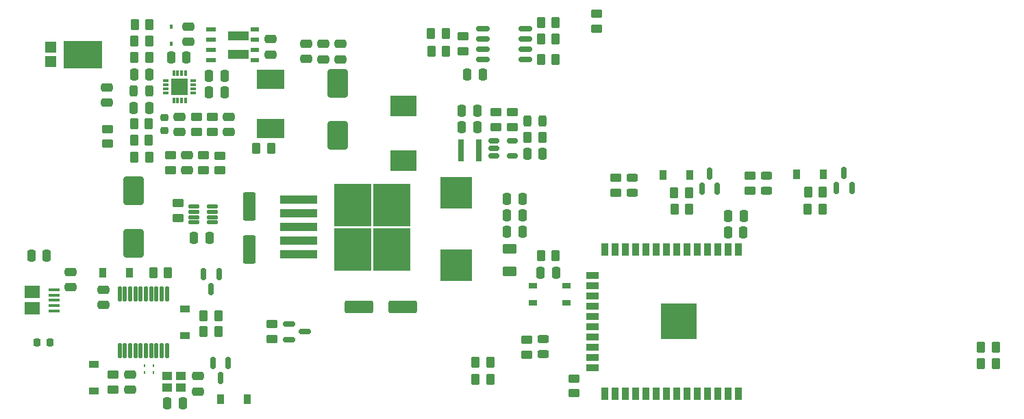
<source format=gbr>
G04 #@! TF.GenerationSoftware,KiCad,Pcbnew,(6.0.7-1)-1*
G04 #@! TF.CreationDate,2022-11-14T13:05:58+03:00*
G04 #@! TF.ProjectId,mkulima_hardware,6d6b756c-696d-4615-9f68-617264776172,rev?*
G04 #@! TF.SameCoordinates,Original*
G04 #@! TF.FileFunction,Paste,Top*
G04 #@! TF.FilePolarity,Positive*
%FSLAX46Y46*%
G04 Gerber Fmt 4.6, Leading zero omitted, Abs format (unit mm)*
G04 Created by KiCad (PCBNEW (6.0.7-1)-1) date 2022-11-14 13:05:58*
%MOMM*%
%LPD*%
G01*
G04 APERTURE LIST*
G04 Aperture macros list*
%AMRoundRect*
0 Rectangle with rounded corners*
0 $1 Rounding radius*
0 $2 $3 $4 $5 $6 $7 $8 $9 X,Y pos of 4 corners*
0 Add a 4 corners polygon primitive as box body*
4,1,4,$2,$3,$4,$5,$6,$7,$8,$9,$2,$3,0*
0 Add four circle primitives for the rounded corners*
1,1,$1+$1,$2,$3*
1,1,$1+$1,$4,$5*
1,1,$1+$1,$6,$7*
1,1,$1+$1,$8,$9*
0 Add four rect primitives between the rounded corners*
20,1,$1+$1,$2,$3,$4,$5,0*
20,1,$1+$1,$4,$5,$6,$7,0*
20,1,$1+$1,$6,$7,$8,$9,0*
20,1,$1+$1,$8,$9,$2,$3,0*%
G04 Aperture macros list end*
%ADD10C,0.010000*%
%ADD11RoundRect,0.250000X0.262500X0.450000X-0.262500X0.450000X-0.262500X-0.450000X0.262500X-0.450000X0*%
%ADD12R,3.300000X2.500000*%
%ADD13RoundRect,0.250000X-0.250000X-0.475000X0.250000X-0.475000X0.250000X0.475000X-0.250000X0.475000X0*%
%ADD14RoundRect,0.243750X0.456250X-0.243750X0.456250X0.243750X-0.456250X0.243750X-0.456250X-0.243750X0*%
%ADD15RoundRect,0.250000X0.450000X-0.262500X0.450000X0.262500X-0.450000X0.262500X-0.450000X-0.262500X0*%
%ADD16R,4.000000X4.000000*%
%ADD17RoundRect,0.250000X0.475000X-0.250000X0.475000X0.250000X-0.475000X0.250000X-0.475000X-0.250000X0*%
%ADD18R,1.350000X0.400000*%
%ADD19R,1.900000X1.500000*%
%ADD20RoundRect,0.150000X0.150000X-0.587500X0.150000X0.587500X-0.150000X0.587500X-0.150000X-0.587500X0*%
%ADD21RoundRect,0.250000X-0.450000X0.262500X-0.450000X-0.262500X0.450000X-0.262500X0.450000X0.262500X0*%
%ADD22RoundRect,0.250000X-0.262500X-0.450000X0.262500X-0.450000X0.262500X0.450000X-0.262500X0.450000X0*%
%ADD23R,1.400000X1.390000*%
%ADD24R,4.860000X3.360000*%
%ADD25R,1.150000X1.000000*%
%ADD26RoundRect,0.250000X0.250000X0.475000X-0.250000X0.475000X-0.250000X-0.475000X0.250000X-0.475000X0*%
%ADD27R,3.500000X2.350000*%
%ADD28R,0.900000X1.500000*%
%ADD29R,1.500000X0.900000*%
%ADD30R,4.500000X4.500000*%
%ADD31R,0.800000X2.700000*%
%ADD32RoundRect,0.243750X0.243750X0.456250X-0.243750X0.456250X-0.243750X-0.456250X0.243750X-0.456250X0*%
%ADD33R,1.200000X0.900000*%
%ADD34RoundRect,0.150000X0.675000X0.150000X-0.675000X0.150000X-0.675000X-0.150000X0.675000X-0.150000X0*%
%ADD35R,0.900000X1.200000*%
%ADD36R,0.800000X0.300000*%
%ADD37R,0.300000X0.800000*%
%ADD38R,2.000000X2.000000*%
%ADD39RoundRect,0.250000X-0.475000X0.250000X-0.475000X-0.250000X0.475000X-0.250000X0.475000X0.250000X0*%
%ADD40RoundRect,0.250000X-1.000000X1.500000X-1.000000X-1.500000X1.000000X-1.500000X1.000000X1.500000X0*%
%ADD41R,1.270000X0.610000*%
%ADD42R,1.020000X0.610000*%
%ADD43RoundRect,0.250000X-0.625000X0.375000X-0.625000X-0.375000X0.625000X-0.375000X0.625000X0.375000X0*%
%ADD44R,0.450000X0.600000*%
%ADD45R,4.550000X5.250000*%
%ADD46R,4.600000X1.100000*%
%ADD47RoundRect,0.218750X-0.218750X-0.256250X0.218750X-0.256250X0.218750X0.256250X-0.218750X0.256250X0*%
%ADD48R,0.250000X0.360000*%
%ADD49RoundRect,0.218750X-0.256250X0.218750X-0.256250X-0.218750X0.256250X-0.218750X0.256250X0.218750X0*%
%ADD50RoundRect,0.112500X0.112500X-0.837500X0.112500X0.837500X-0.112500X0.837500X-0.112500X-0.837500X0*%
%ADD51RoundRect,0.150000X-0.587500X-0.150000X0.587500X-0.150000X0.587500X0.150000X-0.587500X0.150000X0*%
%ADD52RoundRect,0.243750X-0.456250X0.243750X-0.456250X-0.243750X0.456250X-0.243750X0.456250X0.243750X0*%
%ADD53R,1.050000X0.650000*%
%ADD54RoundRect,0.250000X1.500000X0.550000X-1.500000X0.550000X-1.500000X-0.550000X1.500000X-0.550000X0*%
%ADD55RoundRect,0.107500X-0.555000X-0.107500X0.555000X-0.107500X0.555000X0.107500X-0.555000X0.107500X0*%
%ADD56RoundRect,0.150000X-0.150000X0.587500X-0.150000X-0.587500X0.150000X-0.587500X0.150000X0.587500X0*%
%ADD57RoundRect,0.150000X-0.512500X-0.150000X0.512500X-0.150000X0.512500X0.150000X-0.512500X0.150000X0*%
%ADD58RoundRect,0.250000X-0.550000X1.500000X-0.550000X-1.500000X0.550000X-1.500000X0.550000X1.500000X0*%
G04 APERTURE END LIST*
G36*
X101220000Y-80842000D02*
G01*
X98810000Y-80842000D01*
X98810000Y-79798000D01*
X101220000Y-79798000D01*
X101220000Y-80842000D01*
G37*
D10*
X101220000Y-80842000D02*
X98810000Y-80842000D01*
X98810000Y-79798000D01*
X101220000Y-79798000D01*
X101220000Y-80842000D01*
G36*
X101220000Y-83102000D02*
G01*
X98810000Y-83102000D01*
X98810000Y-82058000D01*
X101220000Y-82058000D01*
X101220000Y-83102000D01*
G37*
X101220000Y-83102000D02*
X98810000Y-83102000D01*
X98810000Y-82058000D01*
X101220000Y-82058000D01*
X101220000Y-83102000D01*
D11*
X172305000Y-99732500D03*
X170480000Y-99732500D03*
D12*
X120450000Y-95800000D03*
X120450000Y-89000000D03*
D13*
X135782500Y-94950000D03*
X137682500Y-94950000D03*
X137412500Y-109660000D03*
X139312500Y-109660000D03*
D14*
X165370000Y-99507500D03*
X165370000Y-97632500D03*
D15*
X95743750Y-96975000D03*
X95743750Y-95150000D03*
D16*
X127012500Y-99750000D03*
X127012500Y-108750000D03*
D17*
X79300000Y-111500000D03*
X79300000Y-109600000D03*
X93693750Y-97012500D03*
X93693750Y-95112500D03*
D18*
X77262500Y-111800000D03*
X77262500Y-112450000D03*
X77262500Y-113100000D03*
X77262500Y-113750000D03*
X77262500Y-114400000D03*
D19*
X74562500Y-112100000D03*
X74562500Y-114100000D03*
D20*
X157370000Y-99270000D03*
X159270000Y-99270000D03*
X158320000Y-97395000D03*
D21*
X141550000Y-122805000D03*
X141550000Y-124630000D03*
D13*
X96462500Y-85300000D03*
X98362500Y-85300000D03*
D22*
X170450000Y-101792500D03*
X172275000Y-101792500D03*
D23*
X76878500Y-81730000D03*
X76878500Y-83570000D03*
D24*
X80860500Y-82650000D03*
D25*
X91225000Y-123900000D03*
X92975000Y-123900000D03*
X92975000Y-122500000D03*
X91225000Y-122500000D03*
D26*
X89012500Y-89250000D03*
X87112500Y-89250000D03*
X89062500Y-85150000D03*
X87162500Y-85150000D03*
D27*
X104062500Y-85775000D03*
X104062500Y-91825000D03*
D28*
X161867500Y-106847500D03*
X160597500Y-106847500D03*
X159327500Y-106847500D03*
X158057500Y-106847500D03*
X156787500Y-106847500D03*
X155517500Y-106847500D03*
X154247500Y-106847500D03*
X152977500Y-106847500D03*
X151707500Y-106847500D03*
X150437500Y-106847500D03*
X149167500Y-106847500D03*
X147897500Y-106847500D03*
X146627500Y-106847500D03*
X145357500Y-106847500D03*
D29*
X143857500Y-110022500D03*
X143857500Y-111292500D03*
X143857500Y-112562500D03*
X143857500Y-113832500D03*
X143857500Y-115102500D03*
X143857500Y-116372500D03*
X143857500Y-117642500D03*
X143857500Y-118912500D03*
X143857500Y-120182500D03*
X143857500Y-121452500D03*
D28*
X145357500Y-124647500D03*
X146627500Y-124647500D03*
X147897500Y-124647500D03*
X149167500Y-124647500D03*
X150437500Y-124647500D03*
X151707500Y-124647500D03*
X152977500Y-124647500D03*
X154247500Y-124647500D03*
X155517500Y-124647500D03*
X156787500Y-124647500D03*
X158057500Y-124647500D03*
X159327500Y-124647500D03*
X160597500Y-124647500D03*
X161867500Y-124647500D03*
D30*
X154527500Y-115737500D03*
D17*
X98912500Y-92250000D03*
X98912500Y-90350000D03*
D13*
X74450000Y-107600000D03*
X76350000Y-107600000D03*
D11*
X137645000Y-92950000D03*
X135820000Y-92950000D03*
D17*
X108450000Y-83200000D03*
X108450000Y-81300000D03*
D15*
X96862500Y-92212500D03*
X96862500Y-90387500D03*
D31*
X129750000Y-94550000D03*
X127550000Y-94550000D03*
D32*
X89012500Y-87200000D03*
X87137500Y-87200000D03*
D22*
X153957500Y-101782500D03*
X155782500Y-101782500D03*
D33*
X82180000Y-121000000D03*
X82180000Y-124300000D03*
D34*
X135505000Y-83265000D03*
X135505000Y-81995000D03*
X135505000Y-80725000D03*
X135505000Y-79455000D03*
X130255000Y-79455000D03*
X130255000Y-80725000D03*
X130255000Y-81995000D03*
X130255000Y-83265000D03*
D35*
X86610000Y-109690000D03*
X83310000Y-109690000D03*
D36*
X91112500Y-85900000D03*
X91112500Y-86400000D03*
X91112500Y-86900000D03*
X91112500Y-87400000D03*
D37*
X92062500Y-88350000D03*
X92562500Y-88350000D03*
X93062500Y-88350000D03*
X93562500Y-88350000D03*
D36*
X94512500Y-87400000D03*
X94512500Y-86900000D03*
X94512500Y-86400000D03*
X94512500Y-85900000D03*
D37*
X93562500Y-84950000D03*
X93062500Y-84950000D03*
X92562500Y-84950000D03*
X92062500Y-84950000D03*
D38*
X92812500Y-86650000D03*
D22*
X87200000Y-83050000D03*
X89025000Y-83050000D03*
D11*
X193692500Y-118910000D03*
X191867500Y-118910000D03*
D22*
X191857500Y-120950000D03*
X193682500Y-120950000D03*
D39*
X95030000Y-122510000D03*
X95030000Y-124410000D03*
D40*
X112350000Y-86200000D03*
X112350000Y-92700000D03*
D13*
X128350000Y-85150000D03*
X130250000Y-85150000D03*
D22*
X87200000Y-80950000D03*
X89025000Y-80950000D03*
D13*
X133290000Y-102600000D03*
X135190000Y-102600000D03*
D15*
X83875000Y-93712500D03*
X83875000Y-91887500D03*
D41*
X96655000Y-79545000D03*
X96655000Y-80815000D03*
X96655000Y-82085000D03*
X96655000Y-83355000D03*
D42*
X102120000Y-83355000D03*
X102120000Y-82085000D03*
X102120000Y-80815000D03*
X102120000Y-79545000D03*
D21*
X135700000Y-117987500D03*
X135700000Y-119812500D03*
D13*
X127700000Y-91650000D03*
X129600000Y-91650000D03*
D22*
X87187500Y-95350000D03*
X89012500Y-95350000D03*
D43*
X133590000Y-106750000D03*
X133590000Y-109550000D03*
D44*
X91762500Y-81300000D03*
X91762500Y-79200000D03*
D26*
X93662500Y-83000000D03*
X91762500Y-83000000D03*
D15*
X133900000Y-91650000D03*
X133900000Y-89825000D03*
D45*
X114212500Y-101275000D03*
X119062500Y-101275000D03*
X114212500Y-106825000D03*
X119062500Y-106825000D03*
D46*
X107487500Y-100650000D03*
X107487500Y-102350000D03*
X107487500Y-104050000D03*
X107487500Y-105750000D03*
X107487500Y-107450000D03*
D47*
X75200000Y-118350000D03*
X76775000Y-118350000D03*
D48*
X89530000Y-122060000D03*
X89530000Y-121220000D03*
D49*
X90912500Y-90512500D03*
X90912500Y-92087500D03*
D11*
X97590000Y-116990000D03*
X95765000Y-116990000D03*
D35*
X169050000Y-97482500D03*
X172350000Y-97482500D03*
D17*
X83400000Y-113700000D03*
X83400000Y-111800000D03*
D11*
X155732500Y-99752500D03*
X153907500Y-99752500D03*
D15*
X131900000Y-91650000D03*
X131900000Y-89825000D03*
D50*
X85380000Y-119310000D03*
X86030000Y-119310000D03*
X86680000Y-119310000D03*
X87330000Y-119310000D03*
X87980000Y-119310000D03*
X88630000Y-119310000D03*
X89280000Y-119310000D03*
X89930000Y-119310000D03*
X90580000Y-119310000D03*
X91230000Y-119310000D03*
X91230000Y-112310000D03*
X90580000Y-112310000D03*
X89930000Y-112310000D03*
X89280000Y-112310000D03*
X88630000Y-112310000D03*
X87980000Y-112310000D03*
X87330000Y-112310000D03*
X86680000Y-112310000D03*
X86030000Y-112310000D03*
X85380000Y-112310000D03*
D39*
X86710000Y-122270000D03*
X86710000Y-124170000D03*
X83825000Y-86750000D03*
X83825000Y-88650000D03*
D22*
X87150000Y-93250000D03*
X88975000Y-93250000D03*
D51*
X106362500Y-116062500D03*
X106362500Y-117962500D03*
X108237500Y-117012500D03*
D17*
X112650000Y-83250000D03*
X112650000Y-81350000D03*
D11*
X139282500Y-80730000D03*
X137457500Y-80730000D03*
D52*
X137780000Y-117932500D03*
X137780000Y-119807500D03*
D13*
X94575000Y-105362500D03*
X96475000Y-105362500D03*
D53*
X136435000Y-111285000D03*
X140585000Y-111285000D03*
X140585000Y-113435000D03*
X136435000Y-113435000D03*
D13*
X91290000Y-125850000D03*
X93190000Y-125850000D03*
D39*
X104012500Y-80750000D03*
X104012500Y-82650000D03*
X93862500Y-79200000D03*
X93862500Y-81100000D03*
D15*
X127860000Y-82232500D03*
X127860000Y-80407500D03*
D21*
X94862500Y-90387500D03*
X94862500Y-92212500D03*
D20*
X173990000Y-99180000D03*
X175890000Y-99180000D03*
X174940000Y-97305000D03*
D32*
X137657500Y-90900000D03*
X135782500Y-90900000D03*
D11*
X88975000Y-91250000D03*
X87150000Y-91250000D03*
D21*
X92575000Y-101087500D03*
X92575000Y-102912500D03*
X91656250Y-95150000D03*
X91656250Y-96975000D03*
D54*
X120360000Y-113920000D03*
X114960000Y-113920000D03*
D55*
X94575000Y-101512500D03*
X94575000Y-102162500D03*
X94575000Y-102812500D03*
X94575000Y-103462500D03*
X96850000Y-103462500D03*
X96850000Y-102812500D03*
X96850000Y-102162500D03*
X96850000Y-101512500D03*
D13*
X133290000Y-100550000D03*
X135190000Y-100550000D03*
D15*
X144340000Y-79432500D03*
X144340000Y-77607500D03*
D48*
X88450000Y-122070000D03*
X88450000Y-121230000D03*
D11*
X139302500Y-83280000D03*
X137477500Y-83280000D03*
D15*
X104250000Y-117875000D03*
X104250000Y-116050000D03*
D40*
X87125000Y-99575000D03*
X87125000Y-106075000D03*
D11*
X139292500Y-78740000D03*
X137467500Y-78740000D03*
D21*
X146750000Y-97947500D03*
X146750000Y-99772500D03*
D13*
X96462500Y-87350000D03*
X98362500Y-87350000D03*
D11*
X89062500Y-78950000D03*
X87237500Y-78950000D03*
D13*
X133290000Y-104650000D03*
X135190000Y-104650000D03*
D22*
X123887500Y-80040000D03*
X125712500Y-80040000D03*
D21*
X97800000Y-95187500D03*
X97800000Y-97012500D03*
D39*
X92812500Y-90350000D03*
X92812500Y-92250000D03*
D35*
X97850000Y-125350000D03*
X101150000Y-125350000D03*
D22*
X89540000Y-109710000D03*
X91365000Y-109710000D03*
X102300000Y-94300000D03*
X104125000Y-94300000D03*
D35*
X152520000Y-97552500D03*
X155820000Y-97552500D03*
D14*
X148780000Y-99760000D03*
X148780000Y-97885000D03*
D56*
X98800000Y-120842500D03*
X96900000Y-120842500D03*
X97850000Y-122717500D03*
D21*
X163310000Y-97697500D03*
X163310000Y-99522500D03*
D57*
X131662500Y-93350000D03*
X131662500Y-94300000D03*
X131662500Y-95250000D03*
X133937500Y-95250000D03*
X133937500Y-93350000D03*
D21*
X84560000Y-122307500D03*
X84560000Y-124132500D03*
D11*
X131202500Y-122880000D03*
X129377500Y-122880000D03*
D13*
X160600000Y-104690000D03*
X162500000Y-104690000D03*
D33*
X93490000Y-117450000D03*
X93490000Y-114150000D03*
D11*
X125742500Y-82290000D03*
X123917500Y-82290000D03*
D58*
X101375000Y-101450000D03*
X101375000Y-106850000D03*
D13*
X127700000Y-89600000D03*
X129600000Y-89600000D03*
D11*
X97600000Y-115000000D03*
X95775000Y-115000000D03*
D56*
X97660000Y-109872500D03*
X95760000Y-109872500D03*
X96710000Y-111747500D03*
D11*
X131212500Y-120800000D03*
X129387500Y-120800000D03*
X139275000Y-107600000D03*
X137450000Y-107600000D03*
D17*
X110550000Y-83250000D03*
X110550000Y-81350000D03*
D13*
X160630000Y-102650000D03*
X162530000Y-102650000D03*
M02*

</source>
